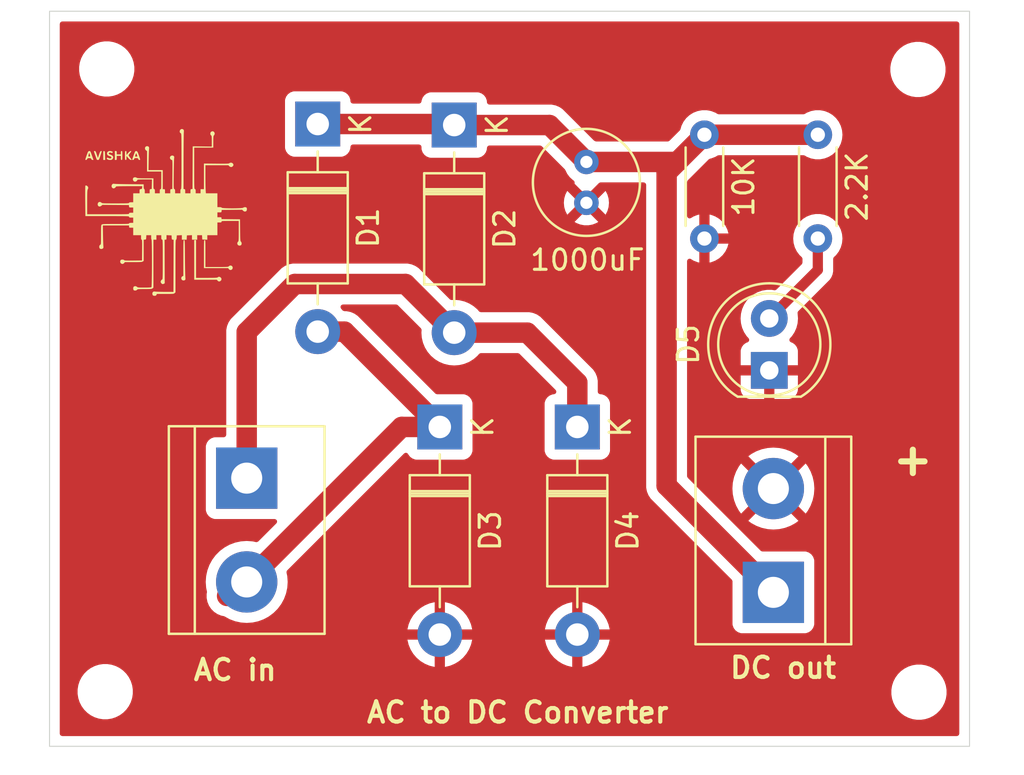
<source format=kicad_pcb>
(kicad_pcb (version 20240108) (generator "pcbnew") (generator_version "8.0")
  (layers (0 "F.Cu" signal) (31 "B.Cu" signal) (34 "B.Paste" user) (35 "F.Paste" user) (36 "B.SilkS" user "B.Silkscreen") (37 "F.SilkS" user "F.Silkscreen") (38 "B.Mask" user) (39 "F.Mask" user) (44 "Edge.Cuts" user))
  (net 0 "")
  (net 1 "GND")
  (net 2 "/+VE")
  (net 3 "Net-(D1-A)")
  (net 4 "Net-(D2-A)")
  (net 5 "Net-(D5-A)")
  (footprint "Diode_THT:D_DO-41_SOD81_P10.16mm_Horizontal" (layer "F.Cu") (at 74.405 73.145 -90)
    (property "Reference" "D4" (at 5.08 -2.47 90) (layer "F.SilkS"))
    (property "Value" "1N4007")
    (fp_line (start 2.36 1.47) (end 7.8 1.47) (stroke (width 0.12)) (layer "F.SilkS"))
    (fp_line (start 7.8 1.47) (end 7.8 -1.47) (stroke (width 0.12)) (layer "F.SilkS"))
    (fp_line (start 1.34 0) (end 2.36 0) (stroke (width 0.12)) (layer "F.SilkS"))
    (fp_line (start 8.82 0) (end 7.8 0) (stroke (width 0.12)) (layer "F.SilkS"))
    (fp_line (start 2.36 -1.47) (end 2.36 1.47) (stroke (width 0.12)) (layer "F.SilkS"))
    (fp_line (start 3.14 -1.47) (end 3.14 1.47) (stroke (width 0.12)) (layer "F.SilkS"))
    (fp_line (start 3.26 -1.47) (end 3.26 1.47) (stroke (width 0.12)) (layer "F.SilkS"))
    (fp_line (start 3.38 -1.47) (end 3.38 1.47) (stroke (width 0.12)) (layer "F.SilkS"))
    (fp_line (start 7.8 -1.47) (end 2.36 -1.47) (stroke (width 0.12)) (layer "F.SilkS"))
    (fp_text user "K" (at 0 -2.1 90) (layer "F.SilkS"))
    (pad "1" thru_hole rect (at 0 0 270) (size 2.2 2.2) (drill 1.1) (layers "*.Cu" "*.Mask") (net 4 "Net-(D2-A)"))
    (pad "2" thru_hole oval (at 10.16 0 270) (size 2.2 2.2) (drill 1.1) (layers "*.Cu" "*.Mask") (net 1 "GND"))
  )
  (footprint "LED_THT:LED_D5.0mm" (layer "F.Cu") (at 83.8 70.375 90)
    (property "Reference" "D5" (at 1.27 -3.96 90) (layer "F.SilkS"))
    (property "Value" "LED")
    (fp_line (start -1.29 -1.545) (end -1.29 1.545) (stroke (width 0.12)) (layer "F.SilkS"))
    (fp_arc (start -1.29 -1.54483) (mid 2.072002 -2.880433) (end 4.26 0.000462) (stroke (width 0.12)) (layer "F.SilkS"))
    (fp_arc (start 4.26 -0.000462) (mid 2.072002 2.880433) (end -1.29 1.54483) (stroke (width 0.12)) (layer "F.SilkS"))
    (fp_circle (center 1.27 0) (end 3.77 0) (stroke (width 0.12)) (fill none) (layer "F.SilkS"))
    (pad "1" thru_hole rect (at 0 0 90) (size 1.8 1.8) (drill 0.9) (layers "*.Cu" "*.Mask") (net 1 "GND"))
    (pad "2" thru_hole circle (at 2.54 0 90) (size 1.8 1.8) (drill 0.9) (layers "*.Cu" "*.Mask") (net 5 "Net-(D5-A)"))
  )
  (footprint "MountingHole:MountingHole_2.2mm_M2" (layer "F.Cu") (at 51.375 55.625)
    (property "Reference" "H4" (hide yes))
    (property "Value" "MountingHole")
    (pad "" np_thru_hole circle (at 0 0) (size 2.2 2.2) (drill 2.2) (layers "*.Cu" "*.Mask"))
  )
  (footprint "MountingHole:MountingHole_2.2mm_M2" (layer "F.Cu") (at 91.125 86.125)
    (property "Reference" "H2" (hide yes))
    (property "Value" "MountingHole")
    (pad "" np_thru_hole circle (at 0 0) (size 2.2 2.2) (drill 2.2) (layers "*.Cu" "*.Mask"))
  )
  (footprint "Diode_THT:D_DO-41_SOD81_P10.16mm_Horizontal" (layer "F.Cu") (at 68.38 58.37 -90)
    (property "Reference" "D2" (at 5.08 -2.47 90) (layer "F.SilkS"))
    (property "Value" "1N4007")
    (fp_line (start 2.36 1.47) (end 7.8 1.47) (stroke (width 0.12)) (layer "F.SilkS"))
    (fp_line (start 7.8 1.47) (end 7.8 -1.47) (stroke (width 0.12)) (layer "F.SilkS"))
    (fp_line (start 1.34 0) (end 2.36 0) (stroke (width 0.12)) (layer "F.SilkS"))
    (fp_line (start 8.82 0) (end 7.8 0) (stroke (width 0.12)) (layer "F.SilkS"))
    (fp_line (start 2.36 -1.47) (end 2.36 1.47) (stroke (width 0.12)) (layer "F.SilkS"))
    (fp_line (start 3.14 -1.47) (end 3.14 1.47) (stroke (width 0.12)) (layer "F.SilkS"))
    (fp_line (start 3.26 -1.47) (end 3.26 1.47) (stroke (width 0.12)) (layer "F.SilkS"))
    (fp_line (start 3.38 -1.47) (end 3.38 1.47) (stroke (width 0.12)) (layer "F.SilkS"))
    (fp_line (start 7.8 -1.47) (end 2.36 -1.47) (stroke (width 0.12)) (layer "F.SilkS"))
    (fp_text user "K" (at 0 -2.1 90) (layer "F.SilkS"))
    (pad "1" thru_hole rect (at 0 0 270) (size 2.2 2.2) (drill 1.1) (layers "*.Cu" "*.Mask") (net 2 "/+VE"))
    (pad "2" thru_hole oval (at 10.16 0 270) (size 2.2 2.2) (drill 1.1) (layers "*.Cu" "*.Mask") (net 4 "Net-(D2-A)"))
  )
  (footprint "TerminalBlock:TerminalBlock_bornier-2_P5.08mm" (layer "F.Cu") (at 84 81.24 90)
    (property "Reference" "Output" (hide yes))
    (property "Value" "Screw_Terminal_01x02")
    (fp_line (start 7.62 -3.81) (end -2.54 -3.81) (stroke (width 0.12)) (layer "F.SilkS"))
    (fp_line (start -2.54 -3.81) (end -2.54 3.81) (stroke (width 0.12)) (layer "F.SilkS"))
    (fp_line (start 7.62 2.54) (end -2.54 2.54) (stroke (width 0.12)) (layer "F.SilkS"))
    (fp_line (start 7.62 3.81) (end 7.62 -3.81) (stroke (width 0.12)) (layer "F.SilkS"))
    (fp_line (start -2.54 3.81) (end 7.62 3.81) (stroke (width 0.12)) (layer "F.SilkS"))
    (pad "1" thru_hole rect (at 0 0 90) (size 3 3) (drill 1.52) (layers "*.Cu" "*.Mask") (net 2 "/+VE"))
    (pad "2" thru_hole circle (at 5.08 0 90) (size 3 3) (drill 1.52) (layers "*.Cu" "*.Mask") (net 1 "GND"))
  )
  (footprint "Resistor_THT:R_Axial_DIN0204_L3.6mm_D1.6mm_P5.08mm_Horizontal" (layer "F.Cu") (at 80.625 58.845 -90)
    (property "Reference" "10K" (at 2.54 -1.92 90) (layer "F.SilkS"))
    (property "Value" "10k")
    (fp_line (start 0.62 0.92) (end 4.46 0.92) (stroke (width 0.12)) (layer "F.SilkS"))
    (fp_line (start 0.62 -0.92) (end 4.46 -0.92) (stroke (width 0.12)) (layer "F.SilkS"))
    (pad "1" thru_hole circle (at 0 0 270) (size 1.4 1.4) (drill 0.7) (layers "*.Cu" "*.Mask") (net 2 "/+VE"))
    (pad "2" thru_hole oval (at 5.08 0 270) (size 1.4 1.4) (drill 0.7) (layers "*.Cu" "*.Mask") (net 1 "GND"))
  )
  (footprint "TerminalBlock:TerminalBlock_bornier-2_P5.08mm" (layer "F.Cu") (at 58.225 75.65 -90)
    (property "Reference" "Input" (hide yes))
    (property "Value" "Screw_Terminal_01x02")
    (fp_line (start -2.54 3.81) (end 7.62 3.81) (stroke (width 0.12)) (layer "F.SilkS"))
    (fp_line (start 7.62 3.81) (end 7.62 -3.81) (stroke (width 0.12)) (layer "F.SilkS"))
    (fp_line (start 7.62 2.54) (end -2.54 2.54) (stroke (width 0.12)) (layer "F.SilkS"))
    (fp_line (start -2.54 -3.81) (end -2.54 3.81) (stroke (width 0.12)) (layer "F.SilkS"))
    (fp_line (start 7.62 -3.81) (end -2.54 -3.81) (stroke (width 0.12)) (layer "F.SilkS"))
    (pad "1" thru_hole rect (at 0 0 270) (size 3 3) (drill 1.52) (layers "*.Cu" "*.Mask") (net 4 "Net-(D2-A)"))
    (pad "2" thru_hole circle (at 5.08 0 270) (size 3 3) (drill 1.52) (layers "*.Cu" "*.Mask") (net 3 "Net-(D1-A)"))
  )
  (footprint "logo:logo3" (layer "F.Cu") (at 54.3 62.625)
    (property "Reference" "G***" (hide yes))
    (property "Value" "LOGO" (hide yes))
    (fp_poly (pts (xy -3.053677 -2.981699) (xy -3.036104 -2.977468) (xy -3.024189 -2.966476) (xy -3.016604 -2.94239) (xy -3.012019 -2.89888) (xy -3.009109 -2.829615) (xy -3.007314 -2.76067) (xy -3.002154 -2.545494) (xy -3.048518 -2.545494) (xy -3.094881 -2.545494) (xy -3.094881 -2.766522) (xy -3.094656 -2.859382) (xy -3.093225 -2.921539) (xy -3.089453 -2.958913) (xy -3.082208 -2.977429) (xy -3.070354 -2.983006)) (fill solid) (layer "F.SilkS"))
    (fp_poly (pts (xy 1.446719 2.29827) (xy 1.446719 3.223071) (xy 1.966395 3.223071) (xy 2.121422 3.222821) (xy 2.243755 3.221935) (xy 2.337323 3.220216) (xy 2.406055 3.217465) (xy 2.453882 3.213483) (xy 2.48473 3.20807) (xy 2.502531 3.201028) (xy 2.508868 3.195602) (xy 2.549111 3.171277) (xy 2.597903 3.173329) (xy 2.644877 3.196773) (xy 2.679666 3.236623) (xy 2.691997 3.283666) (xy 2.675774 3.344205) (xy 2.62997 3.385683) (xy 2.596638 3.39783) (xy 2.554299 3.399524) (xy 2.51698 3.376403) (xy 2.502973 3.362207) (xy 2.458886 3.314636) (xy 1.907614 3.314636) (xy 1.356343 3.314636) (xy 1.355476 2.344052) (xy 1.35461 1.373468) (xy 1.400665 1.373468) (xy 1.446719 1.373468)) (fill solid) (layer "F.SilkS"))
    (fp_poly (pts (xy -3.489908 -2.981004) (xy -3.472191 -2.964805) (xy -3.453997 -2.930102) (xy -3.431698 -2.870591) (xy -3.413281 -2.815609) (xy -3.35771 -2.646215) (xy -3.302691 -2.811031) (xy -3.27454 -2.891006) (xy -3.252291 -2.941827) (xy -3.232471 -2.969747) (xy -3.211608 -2.981017) (xy -3.207902 -2.981699) (xy -3.176694 -2.980874) (xy -3.168133 -2.973369) (xy -3.173559 -2.951347) (xy -3.188326 -2.901956) (xy -3.210164 -2.832564) (xy -3.236211 -2.75234) (xy -3.265502 -2.664662) (xy -3.287065 -2.60605) (xy -3.304275 -2.570668) (xy -3.320506 -2.552679) (xy -3.339134 -2.546246) (xy -3.35582 -2.545494) (xy -3.395899 -2.552744) (xy -3.415363 -2.568385) (xy -3.424602 -2.594414) (xy -3.443194 -2.646541) (xy -3.468146 -2.716384) (xy -3.48804 -2.772011) (xy -3.514824 -2.848329) (xy -3.536197 -2.912003) (xy -3.54954 -2.955058) (xy -3.552704 -2.968875) (xy -3.537143 -2.981392) (xy -3.510778 -2.985004)) (fill solid) (layer "F.SilkS"))
    (fp_poly (pts (xy -2.453148 -2.981588) (xy -2.439762 -2.964799) (xy -2.435791 -2.924823) (xy -2.435617 -2.902595) (xy -2.435617 -2.820187) (xy -2.334896 -2.820187) (xy -2.234175 -2.820187) (xy -2.234175 -2.902595) (xy -2.231778 -2.954094) (xy -2.221827 -2.978446) (xy -2.20018 -2.984972) (xy -2.197549 -2.985004) (xy -2.182088 -2.982847) (xy -2.17172 -2.972333) (xy -2.165432 -2.947391) (xy -2.162214 -2.901951) (xy -2.161053 -2.829945) (xy -2.160923 -2.765249) (xy -2.161282 -2.672484) (xy -2.163035 -2.610274) (xy -2.167192 -2.572548) (xy -2.174765 -2.553238) (xy -2.186766 -2.546275) (xy -2.197549 -2.545494) (xy -2.218715 -2.549866) (xy -2.229741 -2.568767) (xy -2.233784 -2.610879) (xy -2.234175 -2.646215) (xy -2.234175 -2.746936) (xy -2.334896 -2.746936) (xy -2.435617 -2.746936) (xy -2.435617 -2.646215) (xy -2.436805 -2.58853) (xy -2.443086 -2.558494) (xy -2.458534 -2.547144) (xy -2.481399 -2.545494) (xy -2.527181 -2.545494) (xy -2.527181 -2.765249) (xy -2.527181 -2.985004) (xy -2.481399 -2.985004)) (fill solid) (layer "F.SilkS"))
    (fp_poly (pts (xy -2.714827 -2.978524) (xy -2.666136 -2.964091) (xy -2.634821 -2.944003) (xy -2.633433 -2.91985) (xy -2.638574 -2.90892) (xy -2.659444 -2.885606) (xy -2.689787 -2.892309) (xy -2.693672 -2.894335) (xy -2.743183 -2.909499) (xy -2.789933 -2.906384) (xy -2.822003 -2.887412) (xy -2.829344 -2.866775) (xy -2.818836 -2.840166) (xy -2.782711 -2.81913) (xy -2.746936 -2.807421) (xy -2.666807 -2.773517) (xy -2.618733 -2.728235) (xy -2.604063 -2.674229) (xy -2.624144 -2.614149) (xy -2.638388 -2.593746) (xy -2.669384 -2.562991) (xy -2.707847 -2.548791) (xy -2.764549 -2.545494) (xy -2.84878 -2.556172) (xy -2.895395 -2.580021) (xy -2.923348 -2.607715) (xy -2.923606 -2.629811) (xy -2.913773 -2.643779) (xy -2.891819 -2.662825) (xy -2.867324 -2.656751) (xy -2.850776 -2.645878) (xy -2.803481 -2.624952) (xy -2.752994 -2.619818) (xy -2.712888 -2.630425) (xy -2.69853 -2.646448) (xy -2.700375 -2.685205) (xy -2.733961 -2.716905) (xy -2.790857 -2.736222) (xy -2.857307 -2.762125) (xy -2.898432 -2.804671) (xy -2.914806 -2.855752) (xy -2.907003 -2.907257) (xy -2.875599 -2.951076) (xy -2.821166 -2.9791) (xy -2.773238 -2.985004)) (fill solid) (layer "F.SilkS"))
    (fp_poly (pts (xy 0.868652 1.374341) (xy 0.875601 1.378979) (xy 0.881359 1.390408) (xy 0.886072 1.411654) (xy 0.889887 1.445745) (xy 0.892948 1.495707) (xy 0.895403 1.564566) (xy 0.897398 1.65535) (xy 0.899078 1.771085) (xy 0.90059 1.914797) (xy 0.902079 2.089514) (xy 0.903448 2.266222) (xy 0.905087 2.446028) (xy 0.907159 2.616547) (xy 0.90958 2.773899) (xy 0.912268 2.9142) (xy 0.915139 3.033569) (xy 0.918109 3.128125) (xy 0.921095 3.193984) (xy 0.924012 3.227266) (xy 0.924134 3.227902) (xy 0.927423 3.29298) (xy 0.904597 3.333007) (xy 0.853981 3.350212) (xy 0.831417 3.351262) (xy 0.777021 3.341045) (xy 0.740076 3.305613) (xy 0.719897 3.247813) (xy 0.730278 3.192789) (xy 0.768523 3.151633) (xy 0.778804 3.146258) (xy 0.824081 3.125628) (xy 0.824081 2.249548) (xy 0.824115 2.047931) (xy 0.824303 1.879885) (xy 0.824771 1.742352) (xy 0.825645 1.632278) (xy 0.827052 1.546606) (xy 0.829119 1.482281) (xy 0.831973 1.436246) (xy 0.835739 1.405446) (xy 0.840544 1.386826) (xy 0.846515 1.377328) (xy 0.853779 1.373898) (xy 0.860366 1.373468)) (fill solid) (layer "F.SilkS"))
    (fp_poly (pts (xy -3.740955 -2.976809) (xy -3.725101 -2.959526) (xy -3.707771 -2.92485) (xy -3.685621 -2.867316) (xy -3.655303 -2.781462) (xy -3.649869 -2.765873) (xy -3.573062 -2.545494) (xy -3.618275 -2.545494) (xy -3.660687 -2.559588) (xy -3.680894 -2.591276) (xy -3.697022 -2.620065) (xy -3.724307 -2.633496) (xy -3.774776 -2.637038) (xy -3.781615 -2.637058) (xy -3.835087 -2.634211) (xy -3.864164 -2.622023) (xy -3.880871 -2.59503) (xy -3.882336 -2.591276) (xy -3.904165 -2.561836) (xy -3.934696 -2.545988) (xy -3.961641 -2.546846) (xy -3.972714 -2.567524) (xy -3.972678 -2.568385) (xy -3.966393 -2.594144) (xy -3.950307 -2.646328) (xy -3.926986 -2.716887) (xy -3.922844 -2.728903) (xy -3.824447 -2.728903) (xy -3.811055 -2.71364) (xy -3.781615 -2.71031) (xy -3.7454 -2.719284) (xy -3.737226 -2.742358) (xy -3.744257 -2.781047) (xy -3.759487 -2.83203) (xy -3.761049 -2.836416) (xy -3.78348 -2.898428) (xy -3.805438 -2.825135) (xy -3.822058 -2.763576) (xy -3.824447 -2.728903) (xy -3.922844 -2.728903) (xy -3.904004 -2.783562) (xy -3.874019 -2.86751) (xy -3.851865 -2.922911) (xy -3.833716 -2.955937) (xy -3.815747 -2.972763) (xy -3.794131 -2.979562) (xy -3.781615 -2.98105) (xy -3.758678 -2.982163)) (fill solid) (layer "F.SilkS"))
    (fp_poly (pts (xy -1.730677 -2.98191) (xy -1.724872 -2.968861) (xy -1.740452 -2.940205) (xy -1.778897 -2.890287) (xy -1.782225 -2.886169) (xy -1.819229 -2.839403) (xy -1.846994 -2.802429) (xy -1.855501 -2.789849) (xy -1.850904 -2.766162) (xy -1.826967 -2.723762) (xy -1.788655 -2.671331) (xy -1.785533 -2.667472) (xy -1.744974 -2.616328) (xy -1.715549 -2.576641) (xy -1.703176 -2.556425) (xy -1.7031 -2.555885) (xy -1.718667 -2.547763) (xy -1.744304 -2.545487) (xy -1.784114 -2.561148) (xy -1.838378 -2.606559) (xy -1.871702 -2.64163) (xy -1.957895 -2.737779) (xy -1.958688 -2.641637) (xy -1.960935 -2.585012) (xy -1.968755 -2.556128) (xy -1.985581 -2.546161) (xy -1.996107 -2.545494) (xy -2.011568 -2.54765) (xy -2.021936 -2.558164) (xy -2.028224 -2.583107) (xy -2.031442 -2.628546) (xy -2.032602 -2.700553) (xy -2.032733 -2.765249) (xy -2.032373 -2.858013) (xy -2.030621 -2.920224) (xy -2.026464 -2.957949) (xy -2.018891 -2.977259) (xy -2.006889 -2.984223) (xy -1.996107 -2.985004) (xy -1.974521 -2.98037) (xy -1.963429 -2.960581) (xy -1.959423 -2.916808) (xy -1.959034 -2.888861) (xy -1.958588 -2.792718) (xy -1.874977 -2.888861) (xy -1.827758 -2.937635) (xy -1.785131 -2.972125) (xy -1.75639 -2.985004)) (fill solid) (layer "F.SilkS"))
    (fp_poly (pts (xy 1.877506 1.374407) (xy 1.885257 1.379573) (xy 1.891365 1.392488) (xy 1.896025 1.416675) (xy 1.899433 1.455655) (xy 1.901784 1.512952) (xy 1.903275 1.592087) (xy 1.904101 1.696584) (xy 1.904458 1.829964) (xy 1.904541 1.99575) (xy 1.904542 2.032733) (xy 1.904542 2.691997) (xy 2.460247 2.691997) (xy 2.617746 2.6919) (xy 2.742691 2.691438) (xy 2.839154 2.69036) (xy 2.911207 2.688411) (xy 2.962922 2.685339) (xy 2.998371 2.68089) (xy 3.021626 2.67481) (xy 3.036758 2.666847) (xy 3.04784 2.656748) (xy 3.049099 2.655371) (xy 3.09877 2.622749) (xy 3.152889 2.619634) (xy 3.201252 2.642141) (xy 3.233658 2.686382) (xy 3.241384 2.728623) (xy 3.227016 2.785378) (xy 3.190565 2.823635) (xy 3.142015 2.840093) (xy 3.091349 2.831454) (xy 3.04855 2.794419) (xy 3.047415 2.792718) (xy 3.017417 2.746936) (xy 2.424354 2.746936) (xy 1.83129 2.746936) (xy 1.83129 2.060202) (xy 1.831339 1.88367) (xy 1.831608 1.740313) (xy 1.832281 1.626678) (xy 1.833542 1.539316) (xy 1.835575 1.474773) (xy 1.838565 1.4296) (xy 1.842695 1.400344) (xy 1.84815 1.383554) (xy 1.855114 1.375779) (xy 1.86377 1.373568) (xy 1.867916 1.373468)) (fill solid) (layer "F.SilkS"))
    (fp_poly (pts (xy -1.477534 -2.98138) (xy -1.456807 -2.97695) (xy -1.438455 -2.965336) (xy -1.420489 -2.942266) (xy -1.400918 -2.90347) (xy -1.377755 -2.844676) (xy -1.349011 -2.761614) (xy -1.312695 -2.650012) (xy -1.289894 -2.578445) (xy -1.289949 -2.553483) (xy -1.317398 -2.545609) (xy -1.324466 -2.545494) (xy -1.363301 -2.557105) (xy -1.380988 -2.591276) (xy -1.391837 -2.618795) (xy -1.413391 -2.632374) (xy -1.456327 -2.636789) (xy -1.483345 -2.637058) (xy -1.538463 -2.635072) (xy -1.567709 -2.625929) (xy -1.581759 -2.604855) (xy -1.585703 -2.591276) (xy -1.606124 -2.55487) (xy -1.64295 -2.545494) (xy -1.676351 -2.55285) (xy -1.680573 -2.568385) (xy -1.671487 -2.594063) (xy -1.65301 -2.646354) (xy -1.627941 -2.717332) (xy -1.626321 -2.72192) (xy -1.538284 -2.72192) (xy -1.522347 -2.713763) (xy -1.483956 -2.710311) (xy -1.483345 -2.71031) (xy -1.444747 -2.713678) (xy -1.42841 -2.721791) (xy -1.428407 -2.72192) (xy -1.433937 -2.753112) (xy -1.447284 -2.797238) (xy -1.46358 -2.840725) (xy -1.477956 -2.87) (xy -1.483345 -2.875126) (xy -1.494531 -2.859703) (xy -1.510354 -2.822483) (xy -1.525948 -2.77704) (xy -1.536446 -2.736949) (xy -1.538284 -2.72192) (xy -1.626321 -2.72192) (xy -1.602602 -2.789094) (xy -1.572284 -2.874033) (xy -1.550349 -2.930136) (xy -1.533068 -2.963135) (xy -1.516715 -2.97876) (xy -1.497562 -2.982743)) (fill solid) (layer "F.SilkS"))
    (fp_poly (pts (xy 0.80055 -4.054998) (xy 0.840284 -4.020668) (xy 0.853492 -3.96489) (xy 0.85019 -3.937646) (xy 0.84798 -3.909208) (xy 0.845838 -3.847156) (xy 0.843795 -3.754499) (xy 0.841882 -3.634249) (xy 0.840133 -3.489417) (xy 0.838578 -3.323014) (xy 0.83725 -3.13805) (xy 0.836181 -2.937537) (xy 0.835402 -2.724485) (xy 0.834945 -2.501906) (xy 0.834943 -2.499712) (xy 0.833237 -1.126244) (xy 0.874441 -1.120392) (xy 0.89835 -1.11311) (xy 0.910695 -1.093736) (xy 0.915182 -1.052798) (xy 0.915645 -1.015093) (xy 0.915645 -0.915645) (xy 1.043836 -0.915645) (xy 1.172026 -0.915645) (xy 1.172026 -1.01515) (xy 1.173261 -1.072563) (xy 1.180028 -1.102964) (xy 1.196918 -1.115955) (xy 1.222386 -1.120449) (xy 1.272747 -1.126244) (xy 1.277462 -2.170079) (xy 1.282178 -3.213915) (xy 1.74902 -3.20772) (xy 2.215861 -3.201525) (xy 2.215861 -3.464274) (xy 2.215503 -3.567987) (xy 2.213909 -3.641147) (xy 2.2103 -3.689825) (xy 2.2039 -3.72009) (xy 2.193928 -3.738013) (xy 2.179606 -3.749663) (xy 2.179236 -3.749896) (xy 2.149559 -3.787477) (xy 2.141421 -3.839823) (xy 2.154487 -3.892321) (xy 2.18331 -3.92708) (xy 2.241521 -3.953078) (xy 2.293875 -3.943523) (xy 2.325739 -3.918962) (xy 2.357267 -3.864654) (xy 2.356296 -3.804945) (xy 2.325739 -3.754146) (xy 2.311724 -3.737303) (xy 2.301802 -3.715299) (xy 2.295277 -3.682043) (xy 2.291453 -3.631439) (xy 2.289633 -3.557395) (xy 2.28912 -3.453818) (xy 2.289113 -3.43367) (xy 2.289113 -3.14982) (xy 1.822134 -3.14982) (xy 1.355155 -3.14982) (xy 1.355155 -2.140895) (xy 1.355183 -1.92325) (xy 1.355335 -1.739354) (xy 1.355714 -1.586333) (xy 1.356425 -1.461312) (xy 1.357571 -1.361414) (xy 1.359254 -1.283764) (xy 1.361579 -1.225487) (xy 1.364649 -1.183707) (xy 1.368567 -1.155549) (xy 1.373436 -1.138137) (xy 1.37936 -1.128595) (xy 1.386443 -1.124049) (xy 1.391781 -1.122393) (xy 1.413473 -1.111026) (xy 1.424547 -1.085222) (xy 1.428249 -1.0354) (xy 1.428407 -1.01423) (xy 1.428407 -0.915645) (xy 1.54744 -0.915645) (xy 1.666474 -0.915645) (xy 1.666474 -1.016366) (xy 1.666474 -1.117087) (xy 1.748882 -1.117087) (xy 1.83129 -1.117087) (xy 1.831278 -1.744304) (xy 1.831265 -2.371521) (xy 2.437474 -2.365798) (xy 2.604361 -2.36438) (xy 2.738441 -2.363708) (xy 2.843529 -2.363927) (xy 2.923441 -2.36518) (xy 2.981991 -2.367612) (xy 3.022993 -2.371367) (xy 3.050262 -2.37659) (xy 3.067613 -2.383425) (xy 3.076726 -2.389977) (xy 3.128005 -2.414395) (xy 3.186501 -2.411592) (xy 3.23803 -2.384071) (xy 3.259126 -2.357787) (xy 3.276857 -2.317841) (xy 3.273177 -2.285237) (xy 3.259126 -2.257066) (xy 3.216884 -2.213048) (xy 3.162034 -2.198631) (xy 3.104578 -2.214603) (xy 3.070078 -2.242185) (xy 3.026586 -2.289113) (xy 2.465564 -2.289113) (xy 1.904542 -2.289113) (xy 1.904652 -1.753461) (xy 1.905091 -1.608084) (xy 1.906276 -1.466775) (xy 1.908096 -1.335936) (xy 1.910439 -1.221973) (xy 1.913196 -1.131289) (xy 1.916256 -1.07029) (xy 1.916523 -1.066727) (xy 1.928284 -0.915645) (xy 2.209419 -0.915645) (xy 2.490555 -0.915645) (xy 2.490555 -0.576856) (xy 2.490555 -0.238068) (xy 2.589317 -0.238068) (xy 2.654579 -0.234344) (xy 2.689709 -0.222198) (xy 2.698619 -0.210598) (xy 2.71969 -0.201659) (xy 2.771664 -0.194242) (xy 2.848847 -0.188349) (xy 2.945549 -0.183979) (xy 3.056076 -0.181132) (xy 3.174739 -0.179808) (xy 3.295843 -0.180006) (xy 3.413698 -0.181728) (xy 3.522611 -0.184974) (xy 3.61689 -0.189742) (xy 3.690844 -0.196033) (xy 3.73878 -0.203847) (xy 3.754146 -0.210598) (xy 3.790614 -0.230912) (xy 3.842949 -0.237358) (xy 3.892874 -0.229314) (xy 3.915299 -0.216092) (xy 3.933228 -0.176735) (xy 3.935729 -0.122269) (xy 3.923518 -0.070462) (xy 3.908497 -0.04709) (xy 3.859667 -0.021287) (xy 3.803282 -0.026176) (xy 3.749923 -0.060626) (xy 3.746316 -0.064393) (xy 3.70361 -0.110474) (xy 3.202382 -0.105597) (xy 2.701153 -0.100721) (xy 2.695415 -0.041204) (xy 2.690492 -0.007031) (xy 2.677853 0.010664) (xy 2.647901 0.017304) (xy 2.591041 0.018313) (xy 2.590116 0.018313) (xy 2.490555 0.018313) (xy 2.490555 0.137347) (xy 2.490555 0.256381) (xy 2.591276 0.256381) (xy 2.648969 0.25758) (xy 2.67901 0.263874) (xy 2.690357 0.279306) (xy 2.691997 0.301843) (xy 2.691997 0.347305) (xy 3.145241 0.352204) (xy 3.598486 0.357102) (xy 3.603351 0.887082) (xy 3.60488 1.040702) (xy 3.606529 1.161881) (xy 3.608603 1.254804) (xy 3.611408 1.323652) (xy 3.61525 1.372612) (xy 3.620434 1.405867) (xy 3.627266 1.427602) (xy 3.636052 1.441999) (xy 3.644555 1.450917) (xy 3.673317 1.498812) (xy 3.679028 1.556923) (xy 3.66095 1.608801) (xy 3.652117 1.619384) (xy 3.61251 1.64121) (xy 3.572547 1.648162) (xy 3.516387 1.633039) (xy 3.478227 1.594648) (xy 3.462133 1.543449) (xy 3.472176 1.489906) (xy 3.497765 1.455876) (xy 3.508727 1.444314) (xy 3.517255 1.428948) (xy 3.523654 1.405414) (xy 3.528228 1.369352) (xy 3.531282 1.316399) (xy 3.533119 1.242193) (xy 3.534045 1.142371) (xy 3.534364 1.012572) (xy 3.534391 0.93112) (xy 3.534391 0.43951) (xy 3.113194 0.43951) (xy 2.978587 0.439623) (xy 2.876203 0.440216) (xy 2.801638 0.441674) (xy 2.750489 0.444378) (xy 2.718354 0.448711) (xy 2.70083 0.455057) (xy 2.693513 0.463798) (xy 2.691999 0.475318) (xy 2.691997 0.476136) (xy 2.687625 0.497302) (xy 2.668723 0.508328) (xy 2.626612 0.512371) (xy 2.591276 0.512761) (xy 2.490555 0.512761) (xy 2.490555 0.824081) (xy 2.490555 1.1354) (xy 2.243331 1.1354) (xy 1.996107 1.1354) (xy 1.996107 1.246114) (xy 1.996107 1.356829) (xy 1.872495 1.351414) (xy 1.748882 1.345999) (xy 1.74339 1.240699) (xy 1.737898 1.1354) (xy 1.619778 1.1354) (xy 1.501658 1.1354) (xy 1.501658 1.245278) (xy 1.501658 1.355155) (xy 1.373468 1.355155) (xy 1.245277 1.355155) (xy 1.245277 1.244441) (xy 1.245277 1.133727) (xy 1.121665 1.139142) (xy 0.998053 1.144557) (xy 0.992561 1.249856) (xy 0.987069 1.355155) (xy 0.868949 1.355155) (xy 0.750829 1.355155) (xy 0.750829 1.244441) (xy 0.750829 1.133727) (xy 0.627217 1.139142) (xy 0.503605 1.144557) (xy 0.498113 1.249856) (xy 0.491915 1.313995) (xy 0.480699 1.347175) (xy 0.466065 1.355155) (xy 0.460881 1.358973) (xy 0.456402 1.372028) (xy 0.452579 1.396725) (xy 0.449363 1.435466) (xy 0.446704 1.490655) (xy 0.444552 1.564696) (xy 0.442858 1.659992) (xy 0.441572 1.778946) (xy 0.440645 1.923963) (xy 0.440027 2.097444) (xy 0.439669 2.301794) (xy 0.439521 2.539417) (xy 0.43951 2.643023) (xy 0.43951 3.93089) (xy 0.397125 3.970708) (xy 0.382006 3.983574) (xy 0.364377 3.993323) (xy 0.339304 4.000386) (xy 0.301858 4.005195) (xy 0.247106 4.008182) (xy 0.170117 4.009778) (xy 0.06596 4.010416) (xy -0.057758 4.010526) (xy -0.470257 4.010526) (xy -0.491116 4.056309) (xy -0.512269 4.087157) (xy -0.546494 4.10012) (xy -0.584976 4.102091) (xy -0.641153 4.095726) (xy -0.672313 4.074123) (xy -0.676933 4.066669) (xy -0.695264 4.005279) (xy -0.687428 3.949821) (xy -0.658222 3.90832) (xy -0.612438 3.888801) (xy -0.57292 3.892563) (xy -0.540447 3.896818) (xy -0.477237 3.900701) (xy -0.389177 3.904015) (xy -0.282156 3.906566) (xy -0.162061 3.908157) (xy -0.091565 3.908555) (xy 0.338789 3.909805) (xy 0.343491 2.63248) (xy 0.348194 1.355155) (xy 0.303201 1.355155) (xy 0.277668 1.352255) (xy 0.263441 1.33773) (xy 0.256333 1.302841) (xy 0.252716 1.249856) (xy 0.247224 1.144557) (xy 0.123612 1.139142) (xy 0 1.133727) (xy 0 1.244441) (xy -0.00092 1.305605) (xy -0.006099 1.338725) (xy -0.019164 1.35238) (xy -0.043743 1.355147) (xy -0.046827 1.355155) (xy -0.093653 1.355155) (xy -0.090161 2.421882) (xy -0.086668 3.488609) (xy -0.132027 3.514561) (xy -0.184587 3.531163) (xy -0.229966 3.513947) (xy -0.266647 3.471172) (xy -0.286416 3.430621) (xy -0.282975 3.391682) (xy -0.274901 3.370076) (xy -0.248738 3.328412) (xy -0.217785 3.304854) (xy -0.210158 3.301248) (xy -0.203738 3.293716) (xy -0.198424 3.279321) (xy -0.19411 3.255124) (xy -0.190693 3.218188) (xy -0.188068 3.165573) (xy -0.186131 3.094341) (xy -0.184779 3.001554) (xy -0.183907 2.884274) (xy -0.183411 2.739562) (xy -0.183186 2.56448) (xy -0.18313 2.35609) (xy -0.183129 2.326641) (xy -0.183159 2.113899) (xy -0.183322 1.934846) (xy -0.183728 1.786542) (xy -0.184487 1.66605) (xy -0.185709 1.570431) (xy -0.187506 1.496749) (xy -0.189986 1.442063) (xy -0.19326 1.403438) (xy -0.197438 1.377934) (xy -0.202631 1.362614) (xy -0.208947 1.35454) (xy -0.216499 1.350772) (xy -0.219755 1.349849) (xy -0.241095 1.338827) (xy -0.252192 1.31386) (xy -0.256124 1.265528) (xy -0.256381 1.237836) (xy -0.256381 1.1354) (xy -0.375415 1.1354) (xy -0.494449 1.1354) (xy -0.494449 1.245278) (xy -0.494449 1.355155) (xy -0.5677 1.355155) (xy -0.640952 1.355155) (xy -0.640952 2.528824) (xy -0.640952 3.702493) (xy -0.682156 3.736866) (xy -0.699793 3.748961) (xy -0.723129 3.75788) (xy -0.757591 3.764111) (xy -0.808602 3.768142) (xy -0.881588 3.77046) (xy -0.981975 3.771552) (xy -1.071478 3.771849) (xy -1.192882 3.772274) (xy -1.282831 3.773406) (xy -1.346494 3.775766) (xy -1.389042 3.779872) (xy -1.415645 3.786243) (xy -1.431472 3.795398) (xy -1.441693 3.807855) (xy -1.44247 3.809084) (xy -1.477562 3.835441) (xy -1.52939 3.846095) (xy -1.580925 3.839538) (xy -1.607873 3.823735) (xy -1.626615 3.784901) (xy -1.63041 3.732062) (xy -1.620435 3.680885) (xy -1.59787 3.647037) (xy -1.594427 3.644913) (xy -1.529067 3.626933) (xy -1.469687 3.644094) (xy -1.44672 3.662581) (xy -1.431075 3.675758) (xy -1.410731 3.685344) (xy -1.380092 3.691904) (xy -1.333561 3.696004) (xy -1.265542 3.698208) (xy -1.17044 3.699083) (xy -1.084124 3.699207) (xy -0.95066 3.698232) (xy -0.851351 3.695204) (xy -0.783777 3.689971) (xy -0.745517 3.68238) (xy -0.736179 3.677231) (xy -0.73196 3.655355) (xy -0.728144 3.601067) (xy -0.724739 3.518123) (xy -0.72175 3.410277) (xy -0.719183 3.281285) (xy -0.717043 3.134902) (xy -0.715338 2.974882) (xy -0.714072 2.804982) (xy -0.713251 2.628954) (xy -0.712882 2.450556) (xy -0.712971 2.27354) (xy -0.713523 2.101664) (xy -0.714544 1.938681) (xy -0.71604 1.788346) (xy -0.718018 1.654416) (xy -0.720482 1.540643) (xy -0.72344 1.450784) (xy -0.726896 1.388594) (xy -0.730858 1.357827) (xy -0.732516 1.355155) (xy -0.742271 1.338475) (xy -0.748884 1.294899) (xy -0.750829 1.245278) (xy -0.750829 1.1354) (xy -0.868949 1.1354) (xy -0.987069 1.1354) (xy -0.992561 1.240699) (xy -0.9966 1.300003) (xy -1.004409 1.33201) (xy -1.021429 1.346013) (xy -1.053099 1.351302) (xy -1.05757 1.351737) (xy -1.117087 1.357476) (xy -1.117087 1.876127) (xy -1.117087 2.394778) (xy -1.162225 2.424354) (xy -1.182062 2.434149) (xy -1.210931 2.441574) (xy -1.25361 2.446938) (xy -1.314876 2.450546) (xy -1.399507 2.452707) (xy -1.512282 2.453727) (xy -1.621991 2.453929) (xy -2.036618 2.453929) (xy -2.073419 2.500714) (xy -2.119493 2.53659) (xy -2.170132 2.543067) (xy -2.217207 2.525103) (xy -2.25259 2.487653) (xy -2.268151 2.435675) (xy -2.260706 2.386503) (xy -2.242007 2.351277) (xy -2.210057 2.334499) (xy -2.170476 2.328982) (xy -2.110347 2.331505) (xy -2.076975 2.352217) (xy -2.066285 2.36156) (xy -2.04673 2.368557) (xy -2.013843 2.373451) (xy -1.963155 2.376481) (xy -1.890198 2.377889) (xy -1.790504 2.377915) (xy -1.659606 2.376801) (xy -1.627579 2.376443) (xy -1.199495 2.371521) (xy -1.194627 1.863338) (xy -1.193383 1.712157) (xy -1.193002 1.593738) (xy -1.193657 1.504223) (xy -1.195521 1.439754) (xy -1.19877 1.396474) (xy -1.203576 1.370526) (xy -1.210114 1.358051) (xy -1.217519 1.355155) (xy -1.233596 1.346965) (xy -1.242235 1.317721) (xy -1.245207 1.260409) (xy -1.245278 1.245278) (xy -1.245278 1.1354) (xy -1.437563 1.1354) (xy -1.629849 1.1354) (xy -1.629849 0.952271) (xy -1.629849 0.769142) (xy -1.73057 0.769142) (xy -1.78815 0.76822) (xy -1.818121 0.762174) (xy -1.829496 0.746088) (xy -1.831291 0.715044) (xy -1.831291 0.714203) (xy -1.831291 0.659265) (xy -2.472817 0.659265) (xy -3.114343 0.659265) (xy -3.107405 1.149135) (xy -3.105055 1.282393) (xy -3.101998 1.406066) (xy -3.09844 1.514674) (xy -3.094585 1.602736) (xy -3.090638 1.664771) (xy -3.087051 1.694356) (xy -3.088088 1.751268) (xy -3.11869 1.791406) (xy -3.173785 1.809907) (xy -3.207293 1.809688) (xy -3.2555 1.796951) (xy -3.281397 1.765078) (xy -3.284888 1.756032) (xy -3.293833 1.695972) (xy -3.281675 1.642223) (xy -3.251891 1.60706) (xy -3.241342 1.602366) (xy -3.230215 1.597462) (xy -3.221606 1.587839) (xy -3.215193 1.569231) (xy -3.210654 1.537375) (xy -3.207665 1.488006) (xy -3.205904 1.416858) (xy -3.205049 1.319668) (xy -3.204777 1.192171) (xy -3.204759 1.118692) (xy -3.204584 0.974107) (xy -3.203865 0.861733) (xy -3.202306 0.777153) (xy -3.199613 0.715952) (xy -3.195492 0.673716) (xy -3.189648 0.646028) (xy -3.181788 0.628473) (xy -3.171617 0.616637) (xy -3.171269 0.616321) (xy -3.159218 0.608262) (xy -3.140266 0.601754) (xy -3.110749 0.596633) (xy -3.067008 0.59274) (xy -3.005379 0.589911) (xy -2.922202 0.587986) (xy -2.813814 0.586802) (xy -2.676554 0.586199) (xy -2.506761 0.586015) (xy -2.484535 0.586013) (xy -2.310699 0.585854) (xy -2.170094 0.585283) (xy -2.059328 0.584156) (xy -1.975007 0.582331) (xy -1.913739 0.579665) (xy -1.872129 0.576016) (xy -1.846785 0.571241) (xy -1.834313 0.565197) (xy -1.831291 0.558544) (xy -1.822248 0.541978) (xy -1.790518 0.533449) (xy -1.73057 0.531074) (xy -1.629849 0.531074) (xy -1.629849 0.402884) (xy -1.629849 0.274694) (xy -1.73057 0.274694) (xy -1.788776 0.273104) (xy -1.819098 0.266231) (xy -1.830216 0.250917) (xy -1.831291 0.238068) (xy -1.831966 0.230377) (xy -1.835835 0.223846) (xy -1.845666 0.21838) (xy -1.864224 0.213884) (xy -1.894276 0.210264) (xy -1.93859 0.207424) (xy -1.99993 0.20527) (xy -2.081065 0.203707) (xy -2.18476 0.20264) (xy -2.313783 0.201975) (xy -2.470899 0.201617) (xy -2.658875 0.201471) (xy -2.880478 0.201442) (xy -2.900706 0.201442) (xy -3.970121 0.201442) (xy -3.977644 -0.535652) (xy -3.978929 -0.696743) (xy -3.979435 -0.846531) (xy -3.9792 -0.98103) (xy -3.978261 -1.096256) (xy -3.976656 -1.188223) (xy -3.974423 -1.252944) (xy -3.9716 -1.286434) (xy -3.970471 -1.29005) (xy -3.941323 -1.300027) (xy -3.901417 -1.287626) (xy -3.862793 -1.259133) (xy -3.837493 -1.220834) (xy -3.8374 -1.220572) (xy -3.829311 -1.171846) (xy -3.845872 -1.123015) (xy -3.850808 -1.114115) (xy -3.859648 -1.095439) (xy -3.866687 -1.070884) (xy -3.872123 -1.036389) (xy -3.876158 -0.987893) (xy -3.878991 -0.921336) (xy -3.880822 -0.832656) (xy -3.881853 -0.717792) (xy -3.882283 -0.572685) (xy -3.882336 -0.474651) (xy -3.882336 0.109877) (xy -2.856813 0.109877) (xy -2.637276 0.109853) (xy -2.451539 0.109711) (xy -2.296778 0.109352) (xy -2.170167 0.108674) (xy -2.068881 0.107576) (xy -1.990096 0.105958) (xy -1.930986 0.103719) (xy -1.888726 0.100757) (xy -1.86049 0.096972) (xy -1.843455 0.092264) (xy -1.834794 0.08653) (xy -1.831683 0.079671) (xy -1.831291 0.073252) (xy -1.826919 0.052086) (xy -1.808017 0.041059) (xy -1.765905 0.037017) (xy -1.73057 0.036626) (xy -1.629849 0.036626) (xy -1.629849 -0.091564) (xy -1.629849 -0.219755) (xy -1.729409 -0.219755) (xy -1.786668 -0.220728) (xy -1.816898 -0.227264) (xy -1.829695 -0.244786) (xy -1.834655 -0.278719) (xy -1.834709 -0.279272) (xy -1.840447 -0.338789) (xy -2.487631 -0.343603) (xy -3.134815 -0.348417) (xy -3.190185 -0.301827) (xy -3.24877 -0.269723) (xy -3.302934 -0.269374) (xy -3.3451 -0.297632) (xy -3.367692 -0.35135) (xy -3.369575 -0.376349) (xy -3.355661 -0.43899) (xy -3.319687 -0.479827) (xy -3.270303 -0.495012) (xy -3.216159 -0.480696) (xy -3.186446 -0.457823) (xy -3.175518 -0.448217) (xy -3.161437 -0.440455) (xy -3.14048 -0.43434) (xy -3.108923 -0.429676) (xy -3.063041 -0.426268) (xy -2.999111 -0.423919) (xy -2.91341 -0.422433) (xy -2.802212 -0.421615) (xy -2.661796 -0.421268) (xy -2.490555 -0.421197) (xy -2.315847 -0.421354) (xy -2.174386 -0.421919) (xy -2.062794 -0.423032) (xy -1.977691 -0.424835) (xy -1.915701 -0.427467) (xy -1.873445 -0.431071) (xy -1.847545 -0.435786) (xy -1.834623 -0.441754) (xy -1.831291 -0.448666) (xy -1.822248 -0.465232) (xy -1.790518 -0.47376) (xy -1.73057 -0.476135) (xy -1.629849 -0.476135) (xy -1.629849 -0.69589) (xy -1.629849 -0.915645) (xy -1.474189 -0.915645) (xy -1.318529 -0.915645) (xy -1.318529 -1.015206) (xy -1.317556 -1.072465) (xy -1.31102 -1.102695) (xy -1.293498 -1.115491) (xy -1.259565 -1.120452) (xy -1.259012 -1.120505) (xy -1.219426 -1.128054) (xy -1.201199 -1.148213) (xy -1.19399 -1.192783) (xy -1.193812 -1.194917) (xy -1.188128 -1.26359) (xy -1.830185 -1.26359) (xy -2.019569 -1.263073) (xy -2.177291 -1.261539) (xy -2.302379 -1.259016) (xy -2.393859 -1.255532) (xy -2.450756 -1.251115) (xy -2.472099 -1.245792) (xy -2.472242 -1.245278) (xy -2.487368 -1.212662) (xy -2.523511 -1.179757) (xy -2.566818 -1.157481) (xy -2.588438 -1.153713) (xy -2.640562 -1.168955) (xy -2.675504 -1.207896) (xy -2.690001 -1.260356) (xy -2.680791 -1.316157) (xy -2.653579 -1.356947) (xy -2.614367 -1.383877) (xy -2.570311 -1.382072) (xy -2.566593 -1.381012) (xy -2.537764 -1.377631) (xy -2.476649 -1.374211) (xy -2.387587 -1.37087) (xy -2.274916 -1.367727) (xy -2.142975 -1.364901) (xy -1.996103 -1.362511) (xy -1.83864 -1.360676) (xy -1.817556 -1.360484) (xy -1.117087 -1.35431) (xy -1.117087 -1.24428) (xy -1.114155 -1.176113) (xy -1.104379 -1.137728) (xy -1.089618 -1.12371) (xy -1.071864 -1.10351) (xy -1.063389 -1.056588) (xy -1.062149 -1.014407) (xy -1.062149 -0.915645) (xy -0.943115 -0.915645) (xy -0.824081 -0.915645) (xy -0.824081 -1.01515) (xy -0.822846 -1.072563) (xy -0.816079 -1.102964) (xy -0.799189 -1.115955) (xy -0.77372 -1.120449) (xy -0.72336 -1.126244) (xy -0.718234 -1.359733) (xy -0.713109 -1.593223) (xy -1.070758 -1.593223) (xy -1.197685 -1.592767) (xy -1.292148 -1.591209) (xy -1.358298 -1.588263) (xy -1.400289 -1.583644) (xy -1.422272 -1.577064) (xy -1.428407 -1.568592) (xy -1.444323 -1.531877) (xy -1.483159 -1.50029) (xy -1.531545 -1.48391) (xy -1.541466 -1.483345) (xy -1.593923 -1.498959) (xy -1.630872 -1.538356) (xy -1.647758 -1.590369) (xy -1.640025 -1.643831) (xy -1.619384 -1.674323) (xy -1.572459 -1.698199) (xy -1.513455 -1.6989) (xy -1.458716 -1.676353) (xy -1.456954 -1.675048) (xy -1.438027 -1.665756) (xy -1.406083 -1.658774) (xy -1.356556 -1.653812) (xy -1.284885 -1.650584) (xy -1.186505 -1.648801) (xy -1.056854 -1.648174) (xy -1.031179 -1.648161) (xy -0.640952 -1.648161) (xy -0.640952 -1.390066) (xy -0.640642 -1.287942) (xy -0.639183 -1.216618) (xy -0.635777 -1.170267) (xy -0.629626 -1.143067) (xy -0.619934 -1.129192) (xy -0.605905 -1.122818) (xy -0.604326 -1.122393) (xy -0.582634 -1.111026) (xy -0.57156 -1.085222) (xy -0.567858 -1.0354) (xy -0.5677 -1.01423) (xy -0.5677 -0.915645) (xy -0.448666 -0.915645) (xy -0.329632 -0.915645) (xy -0.329632 -1.016366) (xy -0.328043 -1.074573) (xy -0.321169 -1.104895) (xy -0.305856 -1.116013) (xy -0.293007 -1.117087) (xy -0.281412 -1.118364) (xy -0.272563 -1.125099) (xy -0.26609 -1.141647) (xy -0.261622 -1.172366) (xy -0.258787 -1.221611) (xy -0.257217 -1.293739) (xy -0.256538 -1.393107) (xy -0.256382 -1.524069) (xy -0.256381 -1.54744) (xy -0.256381 -1.977794) (xy -0.604326 -1.977794) (xy -0.952271 -1.977794) (xy -0.952271 -2.479292) (xy -0.952271 -2.980791) (xy -0.997763 -3.010598) (xy -1.039595 -3.054563) (xy -1.055575 -3.107363) (xy -1.047734 -3.159325) (xy -1.018103 -3.200775) (xy -0.968711 -3.222042) (xy -0.953157 -3.223071) (xy -0.89142 -3.209972) (xy -0.856333 -3.172259) (xy -0.849791 -3.11231) (xy -0.852346 -3.096494) (xy -0.856177 -3.060803) (xy -0.860133 -2.994114) (xy -0.864006 -2.902051) (xy -0.867589 -2.79024) (xy -0.870674 -2.664308) (xy -0.872891 -2.540916) (xy -0.880169 -2.051045) (xy -0.531649 -2.051045) (xy -0.183129 -2.051045) (xy -0.183129 -1.584066) (xy -0.183129 -1.117087) (xy -0.12819 -1.117087) (xy -0.096783 -1.115396) (xy -0.080435 -1.104312) (xy -0.074231 -1.074821) (xy -0.073252 -1.017906) (xy -0.073252 -1.016366) (xy -0.073252 -0.915645) (xy 0.054939 -0.915645) (xy 0.183129 -0.915645) (xy 0.183129 -1.01515) (xy 0.184364 -1.072563) (xy 0.191131 -1.102964) (xy 0.208021 -1.115955) (xy 0.233489 -1.120449) (xy 0.28385 -1.126244) (xy 0.288643 -1.835869) (xy 0.289792 -2.015742) (xy 0.290478 -2.162377) (xy 0.290559 -2.279163) (xy 0.289898 -2.369486) (xy 0.288354 -2.436733) (xy 0.285788 -2.484291) (xy 0.282062 -2.515548) (xy 0.277034 -2.533891) (xy 0.270567 -2.542706) (xy 0.262519 -2.545381) (xy 0.259434 -2.545494) (xy 0.21509 -2.561753) (xy 0.180145 -2.60234) (xy 0.164882 -2.654965) (xy 0.164816 -2.658553) (xy 0.180354 -2.71131) (xy 0.219651 -2.748101) (xy 0.271733 -2.764583) (xy 0.325627 -2.75641) (xy 0.357451 -2.734814) (xy 0.377493 -2.70134) (xy 0.377165 -2.653412) (xy 0.374447 -2.638671) (xy 0.371289 -2.606061) (xy 0.36804 -2.541224) (xy 0.364814 -2.44856) (xy 0.361723 -2.332465) (xy 0.358884 -2.19734) (xy 0.35641 -2.047582) (xy 0.354414 -1.88759) (xy 0.354061 -1.852576) (xy 0.352355 -1.671346) (xy 0.35117 -1.523324) (xy 0.350646 -1.405092) (xy 0.350924 -1.313235) (xy 0.352145 -1.244335) (xy 0.35445 -1.194977) (xy 0.357979 -1.161743) (xy 0.362873 -1.141217) (xy 0.369274 -1.129984) (xy 0.377322 -1.124625) (xy 0.384155 -1.122502) (xy 0.406065 -1.111219) (xy 0.417255 -1.085786) (xy 0.421021 -1.03657) (xy 0.421197 -1.01423) (xy 0.421197 -0.915645) (xy 0.549387 -0.915645) (xy 0.677577 -0.915645) (xy 0.677577 -1.016366) (xy 0.680044 -1.077107) (xy 0.688697 -1.108379) (xy 0.705047 -1.117087) (xy 0.710253 -1.120375) (xy 0.714768 -1.131818) (xy 0.718641 -1.153783) (xy 0.721918 -1.188638) (xy 0.724649 -1.23875) (xy 0.72688 -1.306486) (xy 0.728659 -1.394215) (xy 0.730034 -1.504302) (xy 0.731052 -1.639117) (xy 0.731762 -1.801026) (xy 0.732211 -1.992396) (xy 0.732446 -2.215596) (xy 0.732516 -2.472992) (xy 0.732516 -2.480165) (xy 0.732499 -2.735952) (xy 0.732404 -2.957584) (xy 0.732165 -3.147535) (xy 0.731716 -3.308275) (xy 0.730992 -3.442276) (xy 0.729927 -3.552009) (xy 0.728455 -3.639947) (xy 0.72651 -3.708561) (xy 0.724027 -3.760323) (xy 0.720939 -3.797705) (xy 0.717182 -3.823178) (xy 0.712688 -3.839214) (xy 0.707393 -3.848284) (xy 0.701231 -3.852861) (xy 0.695933 -3.854853) (xy 0.658992 -3.882218) (xy 0.64438 -3.92635) (xy 0.649912 -3.976804) (xy 0.673407 -4.023133) (xy 0.712678 -4.05489) (xy 0.739291 -4.062259)) (fill solid) (layer "F.SilkS"))
  )
  (footprint "MountingHole:MountingHole_2.2mm_M2" (layer "F.Cu") (at 51.3 86.1)
    (property "Reference" "H3" (hide yes))
    (property "Value" "MountingHole")
    (pad "" np_thru_hole circle (at 0 0) (size 2.2 2.2) (drill 2.2) (layers "*.Cu" "*.Mask"))
  )
  (footprint "Resistor_THT:R_Axial_DIN0204_L3.6mm_D1.6mm_P5.08mm_Horizontal" (layer "F.Cu") (at 86.175 58.845 -90)
    (property "Reference" "2.2K" (at 2.54 -1.92 90) (layer "F.SilkS"))
    (property "Value" "2.2k")
    (fp_line (start 0.62 0.92) (end 4.46 0.92) (stroke (width 0.12)) (layer "F.SilkS"))
    (fp_line (start 0.62 -0.92) (end 4.46 -0.92) (stroke (width 0.12)) (layer "F.SilkS"))
    (pad "1" thru_hole circle (at 0 0 270) (size 1.4 1.4) (drill 0.7) (layers "*.Cu" "*.Mask") (net 2 "/+VE"))
    (pad "2" thru_hole oval (at 5.08 0 270) (size 1.4 1.4) (drill 0.7) (layers "*.Cu" "*.Mask") (net 5 "Net-(D5-A)"))
  )
  (footprint "Diode_THT:D_DO-41_SOD81_P10.16mm_Horizontal" (layer "F.Cu") (at 61.7 58.32 -90)
    (property "Reference" "D1" (at 5.08 -2.47 90) (layer "F.SilkS"))
    (property "Value" "1N4007")
    (fp_line (start 2.36 1.47) (end 7.8 1.47) (stroke (width 0.12)) (layer "F.SilkS"))
    (fp_line (start 7.8 1.47) (end 7.8 -1.47) (stroke (width 0.12)) (layer "F.SilkS"))
    (fp_line (start 1.34 0) (end 2.36 0) (stroke (width 0.12)) (layer "F.SilkS"))
    (fp_line (start 8.82 0) (end 7.8 0) (stroke (width 0.12)) (layer "F.SilkS"))
    (fp_line (start 2.36 -1.47) (end 2.36 1.47) (stroke (width 0.12)) (layer "F.SilkS"))
    (fp_line (start 3.14 -1.47) (end 3.14 1.47) (stroke (width 0.12)) (layer "F.SilkS"))
    (fp_line (start 3.26 -1.47) (end 3.26 1.47) (stroke (width 0.12)) (layer "F.SilkS"))
    (fp_line (start 3.38 -1.47) (end 3.38 1.47) (stroke (width 0.12)) (layer "F.SilkS"))
    (fp_line (start 7.8 -1.47) (end 2.36 -1.47) (stroke (width 0.12)) (layer "F.SilkS"))
    (fp_text user "K" (at 0 -2.1 90) (layer "F.SilkS"))
    (pad "1" thru_hole rect (at 0 0 270) (size 2.2 2.2) (drill 1.1) (layers "*.Cu" "*.Mask") (net 2 "/+VE"))
    (pad "2" thru_hole oval (at 10.16 0 270) (size 2.2 2.2) (drill 1.1) (layers "*.Cu" "*.Mask") (net 3 "Net-(D1-A)"))
  )
  (footprint "Diode_THT:D_DO-41_SOD81_P10.16mm_Horizontal" (layer "F.Cu") (at 67.675 73.145 -90)
    (property "Reference" "D3" (at 5.08 -2.47 90) (layer "F.SilkS"))
    (property "Value" "1N4007")
    (fp_line (start 2.36 1.47) (end 7.8 1.47) (stroke (width 0.12)) (layer "F.SilkS"))
    (fp_line (start 7.8 1.47) (end 7.8 -1.47) (stroke (width 0.12)) (layer "F.SilkS"))
    (fp_line (start 1.34 0) (end 2.36 0) (stroke (width 0.12)) (layer "F.SilkS"))
    (fp_line (start 8.82 0) (end 7.8 0) (stroke (width 0.12)) (layer "F.SilkS"))
    (fp_line (start 2.36 -1.47) (end 2.36 1.47) (stroke (width 0.12)) (layer "F.SilkS"))
    (fp_line (start 3.14 -1.47) (end 3.14 1.47) (stroke (width 0.12)) (layer "F.SilkS"))
    (fp_line (start 3.26 -1.47) (end 3.26 1.47) (stroke (width 0.12)) (layer "F.SilkS"))
    (fp_line (start 3.38 -1.47) (end 3.38 1.47) (stroke (width 0.12)) (layer "F.SilkS"))
    (fp_line (start 7.8 -1.47) (end 2.36 -1.47) (stroke (width 0.12)) (layer "F.SilkS"))
    (fp_text user "K" (at 0 -2.1 90) (layer "F.SilkS"))
    (pad "1" thru_hole rect (at 0 0 270) (size 2.2 2.2) (drill 1.1) (layers "*.Cu" "*.Mask") (net 3 "Net-(D1-A)"))
    (pad "2" thru_hole oval (at 10.16 0 270) (size 2.2 2.2) (drill 1.1) (layers "*.Cu" "*.Mask") (net 1 "GND"))
  )
  (footprint "MountingHole:MountingHole_2.2mm_M2" (layer "F.Cu") (at 91.075 55.65)
    (property "Reference" "H1" (hide yes))
    (property "Value" "MountingHole")
    (pad "" np_thru_hole circle (at 0 0) (size 2.2 2.2) (drill 2.2) (layers "*.Cu" "*.Mask"))
  )
  (footprint "Capacitor_THT:C_Radial_D5.0mm_H7.0mm_P2.00mm" (layer "F.Cu") (at 74.85 60.175 -90)
    (property "Reference" "1000uF" (at 4.8 -0.05 180) (layer "F.SilkS"))
    (property "Value" "1000uF")
    (fp_circle (center 1 0) (end 3.62 0) (stroke (width 0.12)) (fill none) (layer "F.SilkS"))
    (pad "1" thru_hole circle (at 0 0 270) (size 1.2 1.2) (drill 0.6) (layers "*.Cu" "*.Mask") (net 2 "/+VE"))
    (pad "2" thru_hole circle (at 2 0 270) (size 1.2 1.2) (drill 0.6) (layers "*.Cu" "*.Mask") (net 1 "GND"))
  )
  (gr_rect (start 48.575 52.8) (end 93.6 88.775) (stroke (width 0.05)) (fill none) (layer "Edge.Cuts"))
  (gr_text "AC in\n" (at 55.525 85.625 0) (layer "F.SilkS") (effects (font (size 1 1) (thickness 0.2) (bold yes)) (justify left bottom)))
  (gr_text "+" (at 89.7 75.6 0) (layer "F.SilkS") (effects (font (size 1.5 1.5) (thickness 0.3) (bold yes)) (justify left bottom)))
  (gr_text "AC to DC Converter\n" (at 64 87.7 0) (layer "F.SilkS") (effects (font (size 1 1) (thickness 0.2) (bold yes)) (justify left bottom)))
  (gr_text "DC out\n\n" (at 81.775 87.125 0) (layer "F.SilkS") (effects (font (size 1 1) (thickness 0.2) (bold yes)) (justify left bottom)))
  (segment (start 68.33 58.32) (end 68.38 58.37) (width 1) (layer "F.Cu") (net 2))
  (segment (start 61.7 58.32) (end 68.33 58.32) (width 1) (layer "F.Cu") (net 2))
  (segment (start 80.625 58.845) (end 86.175 58.845) (width 1) (layer "F.Cu") (net 2))
  (segment (start 68.38 58.37) (end 73.045 58.37) (width 1) (layer "F.Cu") (net 2))
  (segment (start 79.295 60.175) (end 80.625 58.845) (width 1) (layer "F.Cu") (net 2))
  (segment (start 78.775 60.695) (end 78.775 76.015) (width 1) (layer "F.Cu") (net 2))
  (segment (start 74.85 60.175) (end 79.295 60.175) (width 1) (layer "F.Cu") (net 2))
  (segment (start 79.295 60.175) (end 78.775 60.695) (width 1) (layer "F.Cu") (net 2))
  (segment (start 78.775 76.015) (end 84 81.24) (width 1) (layer "F.Cu") (net 2))
  (segment (start 73.045 58.37) (end 74.85 60.175) (width 1) (layer "F.Cu") (net 2))
  (segment (start 57.275 81.415) (end 57.265 81.415) (width 1) (layer "F.Cu") (net 3))
  (segment (start 65.81 73.145) (end 67.675 73.145) (width 1) (layer "F.Cu") (net 3))
  (segment (start 58.225 80.73) (end 65.81 73.145) (width 1) (layer "F.Cu") (net 3))
  (segment (start 61.7 68.48) (end 63.01 68.48) (width 1) (layer "F.Cu") (net 3))
  (segment (start 63.01 68.48) (end 67.675 73.145) (width 1) (layer "F.Cu") (net 3))
  (segment (start 66 66.15) (end 68.38 68.53) (width 1) (layer "F.Cu") (net 4))
  (segment (start 58.225 68.5) (end 58.225 75.65) (width 1) (layer "F.Cu") (net 4))
  (segment (start 74.405 70.98) (end 74.405 73.145) (width 1) (layer "F.Cu") (net 4))
  (segment (start 60.575 66.15) (end 58.225 68.5) (width 1) (layer "F.Cu") (net 4))
  (segment (start 68.38 68.53) (end 71.955 68.53) (width 1) (layer "F.Cu") (net 4))
  (segment (start 66 66.15) (end 60.575 66.15) (width 1) (layer "F.Cu") (net 4))
  (segment (start 71.955 68.53) (end 74.405 70.98) (width 1) (layer "F.Cu") (net 4))
  (segment (start 86.175 63.925) (end 86.175 65.46) (width 0.5) (layer "F.Cu") (net 5))
  (segment (start 86.175 65.46) (end 83.8 67.835) (width 0.5) (layer "F.Cu") (net 5))
  (zone (net 1) (net_name "GND") (layer "F.Cu") (connect_pads (clearance 0.5)) (min_thickness 0.25) (fill yes (thermal_gap 0.5) (thermal_bridge_width 0.5))
    (polygon (pts (xy 48.05 52.3) (xy 93.9 52.35) (xy 93.95 89.2) (xy 48.3 89.075) (xy 48.15 52.25)))
  )
)
</source>
